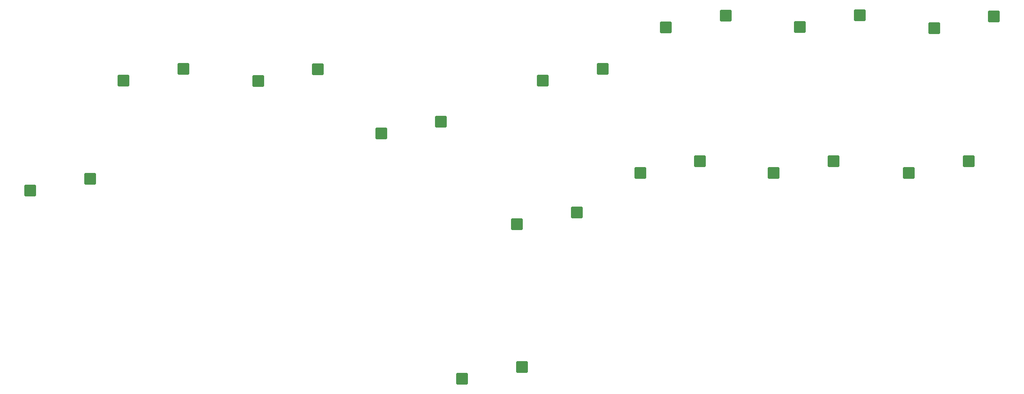
<source format=gbp>
%TF.GenerationSoftware,KiCad,Pcbnew,(6.0.7)*%
%TF.CreationDate,2022-08-16T08:24:38+10:00*%
%TF.ProjectId,Flatbox-rev1_1,466c6174-626f-4782-9d72-6576315f312e,rev?*%
%TF.SameCoordinates,Original*%
%TF.FileFunction,Paste,Bot*%
%TF.FilePolarity,Positive*%
%FSLAX46Y46*%
G04 Gerber Fmt 4.6, Leading zero omitted, Abs format (unit mm)*
G04 Created by KiCad (PCBNEW (6.0.7)) date 2022-08-16 08:24:38*
%MOMM*%
%LPD*%
G01*
G04 APERTURE LIST*
G04 Aperture macros list*
%AMRoundRect*
0 Rectangle with rounded corners*
0 $1 Rounding radius*
0 $2 $3 $4 $5 $6 $7 $8 $9 X,Y pos of 4 corners*
0 Add a 4 corners polygon primitive as box body*
4,1,4,$2,$3,$4,$5,$6,$7,$8,$9,$2,$3,0*
0 Add four circle primitives for the rounded corners*
1,1,$1+$1,$2,$3*
1,1,$1+$1,$4,$5*
1,1,$1+$1,$6,$7*
1,1,$1+$1,$8,$9*
0 Add four rect primitives between the rounded corners*
20,1,$1+$1,$2,$3,$4,$5,0*
20,1,$1+$1,$4,$5,$6,$7,0*
20,1,$1+$1,$6,$7,$8,$9,0*
20,1,$1+$1,$8,$9,$2,$3,0*%
G04 Aperture macros list end*
%ADD10RoundRect,0.250000X-1.025000X-1.000000X1.025000X-1.000000X1.025000X1.000000X-1.025000X1.000000X0*%
G04 APERTURE END LIST*
D10*
X31015000Y-86360000D03*
X43942000Y-83820000D03*
X124335000Y-127080000D03*
X137262000Y-124540000D03*
X220835000Y-82500000D03*
X233762000Y-79960000D03*
X191625000Y-82500000D03*
X204552000Y-79960000D03*
X162775000Y-82500000D03*
X175702000Y-79960000D03*
X136165000Y-93610000D03*
X149092000Y-91070000D03*
X226275000Y-51160000D03*
X239202000Y-48620000D03*
X197305000Y-50920000D03*
X210232000Y-48380000D03*
X168335000Y-51040000D03*
X181262000Y-48500000D03*
X141775000Y-62570000D03*
X154702000Y-60030000D03*
X106835000Y-73980000D03*
X119762000Y-71440000D03*
X80235000Y-62630000D03*
X93162000Y-60090000D03*
X51140000Y-62510000D03*
X64067000Y-59970000D03*
M02*

</source>
